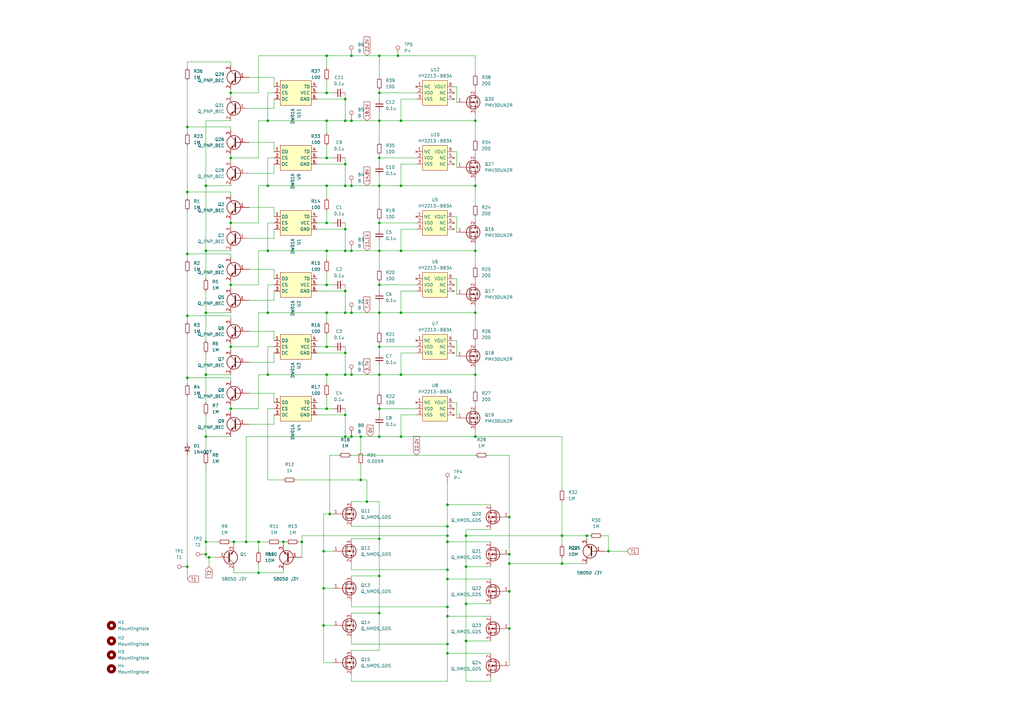
<source format=kicad_sch>
(kicad_sch (version 20211123) (generator eeschema)
  (paper "A3")
  (junction (at 155.575 142.24))
  (junction (at 191.135 247.65))
  (junction (at 133.985 142.24))
  (junction (at 84.455 102.87))
  (junction (at 106.045 234.95))
  (junction (at 141.605 119.38))
  (junction (at 155.575 167.64))
  (junction (at 133.985 167.64))
  (junction (at 132.715 226.06))
  (junction (at 133.985 38.1))
  (junction (at 183.515 215.9))
  (junction (at 141.605 40.64))
  (junction (at 194.945 153.67))
  (junction (at 116.205 222.25))
  (junction (at 141.605 76.2))
  (junction (at 133.985 91.44))
  (junction (at 94.615 91.44))
  (junction (at 249.555 226.06))
  (junction (at 194.945 49.53))
  (junction (at 85.725 228.6))
  (junction (at 208.915 242.57))
  (junction (at 191.135 219.71))
  (junction (at 141.605 93.98))
  (junction (at 76.835 129.54))
  (junction (at 150.495 205.74))
  (junction (at 109.855 102.87))
  (junction (at 133.985 102.87))
  (junction (at 183.515 233.68))
  (junction (at 133.985 128.27))
  (junction (at 155.575 251.46))
  (junction (at 109.855 128.27))
  (junction (at 194.945 179.07))
  (junction (at 76.835 104.14))
  (junction (at 133.985 116.84))
  (junction (at 155.575 64.77))
  (junction (at 141.605 179.07))
  (junction (at 76.835 78.74))
  (junction (at 109.855 49.53))
  (junction (at 155.575 91.44))
  (junction (at 163.195 22.86))
  (junction (at 123.825 222.25))
  (junction (at 183.515 219.71))
  (junction (at 144.145 153.67))
  (junction (at 155.575 128.27))
  (junction (at 183.515 252.73))
  (junction (at 164.465 179.07))
  (junction (at 155.575 102.87))
  (junction (at 133.985 153.67))
  (junction (at 94.615 64.77))
  (junction (at 94.615 167.64))
  (junction (at 109.855 76.2))
  (junction (at 183.515 237.49))
  (junction (at 155.575 49.53))
  (junction (at 84.455 227.33))
  (junction (at 164.465 76.2))
  (junction (at 155.575 153.67))
  (junction (at 76.835 232.41))
  (junction (at 133.985 76.2))
  (junction (at 133.985 49.53))
  (junction (at 147.955 179.07))
  (junction (at 164.465 102.87))
  (junction (at 141.605 67.31))
  (junction (at 194.945 128.27))
  (junction (at 164.465 153.67))
  (junction (at 141.605 49.53))
  (junction (at 183.515 248.92))
  (junction (at 132.715 256.54))
  (junction (at 194.945 76.2))
  (junction (at 155.575 22.86))
  (junction (at 208.915 231.14))
  (junction (at 135.255 210.82))
  (junction (at 208.915 257.81))
  (junction (at 230.505 231.14))
  (junction (at 144.145 102.87))
  (junction (at 155.575 116.84))
  (junction (at 144.145 128.27))
  (junction (at 183.515 264.16))
  (junction (at 141.605 102.87))
  (junction (at 164.465 128.27))
  (junction (at 155.575 179.07))
  (junction (at 155.575 236.22))
  (junction (at 144.145 49.53))
  (junction (at 100.965 222.25))
  (junction (at 183.515 267.97))
  (junction (at 208.915 227.33))
  (junction (at 155.575 76.2))
  (junction (at 155.575 220.98))
  (junction (at 94.615 38.1))
  (junction (at 133.985 64.77))
  (junction (at 194.945 102.87))
  (junction (at 94.615 116.84))
  (junction (at 141.605 128.27))
  (junction (at 84.455 76.2))
  (junction (at 147.955 196.85))
  (junction (at 84.455 153.67))
  (junction (at 141.605 170.18))
  (junction (at 95.885 222.25))
  (junction (at 109.855 153.67))
  (junction (at 191.135 262.89))
  (junction (at 141.605 153.67))
  (junction (at 76.835 52.07))
  (junction (at 76.835 154.94))
  (junction (at 84.455 179.07))
  (junction (at 141.605 144.78))
  (junction (at 230.505 219.71))
  (junction (at 132.715 241.3))
  (junction (at 191.135 232.41))
  (junction (at 208.915 212.09))
  (junction (at 164.465 49.53))
  (junction (at 155.575 38.1))
  (junction (at 133.985 22.86))
  (junction (at 183.515 207.01))
  (junction (at 144.145 22.86))
  (junction (at 84.455 222.25))
  (junction (at 94.615 142.24))
  (junction (at 240.665 219.71))
  (junction (at 106.045 222.25))
  (junction (at 183.515 222.25))
  (junction (at 144.145 76.2))
  (junction (at 84.455 128.27))
  (junction (at 144.145 179.07))
  (wire (pts (xy 84.455 228.6) (xy 85.725 228.6)))
  (wire (pts (xy 94.615 90.17) (xy 94.615 91.44)))
  (wire (pts (xy 144.145 102.87) (xy 155.575 102.87)))
  (wire (pts (xy 194.945 49.53) (xy 194.945 57.15)))
  (wire (pts (xy 141.605 170.18) (xy 141.605 179.07)))
  (wire (pts (xy 144.145 179.07) (xy 147.955 179.07)))
  (wire (pts (xy 122.555 222.25) (xy 123.825 222.25)))
  (wire (pts (xy 208.915 186.69) (xy 208.915 212.09)))
  (wire (pts (xy 112.395 139.7) (xy 112.395 135.89)))
  (wire (pts (xy 170.815 144.78) (xy 164.465 144.78)))
  (wire (pts (xy 183.515 237.49) (xy 183.515 248.92)))
  (wire (pts (xy 84.455 170.18) (xy 84.455 179.07)))
  (wire (pts (xy 249.555 219.71) (xy 249.555 226.06)))
  (wire (pts (xy 155.575 124.46) (xy 155.575 128.27)))
  (wire (pts (xy 76.835 104.14) (xy 94.615 104.14)))
  (wire (pts (xy 155.575 149.86) (xy 155.575 153.67)))
  (wire (pts (xy 208.915 227.33) (xy 208.915 231.14)))
  (wire (pts (xy 109.855 38.1) (xy 109.855 49.53)))
  (wire (pts (xy 191.135 219.71) (xy 191.135 232.41)))
  (wire (pts (xy 141.605 91.44) (xy 141.605 93.98)))
  (wire (pts (xy 130.175 67.31) (xy 141.605 67.31)))
  (wire (pts (xy 133.985 38.1) (xy 130.175 38.1)))
  (wire (pts (xy 144.145 233.68) (xy 183.515 233.68)))
  (wire (pts (xy 76.835 78.74) (xy 94.615 78.74)))
  (wire (pts (xy 187.325 62.23) (xy 187.325 68.58)))
  (wire (pts (xy 249.555 226.06) (xy 257.175 226.06)))
  (wire (pts (xy 94.615 63.5) (xy 94.615 64.77)))
  (wire (pts (xy 191.135 262.89) (xy 201.295 262.89)))
  (wire (pts (xy 147.955 190.5) (xy 147.955 196.85)))
  (wire (pts (xy 94.615 105.41) (xy 94.615 104.14)))
  (wire (pts (xy 112.395 58.42) (xy 102.235 58.42)))
  (wire (pts (xy 194.945 73.66) (xy 194.945 76.2)))
  (wire (pts (xy 194.945 114.3) (xy 194.945 115.57)))
  (wire (pts (xy 155.575 76.2) (xy 164.465 76.2)))
  (wire (pts (xy 141.605 93.98) (xy 141.605 102.87)))
  (wire (pts (xy 94.615 91.44) (xy 94.615 92.71)))
  (wire (pts (xy 194.945 76.2) (xy 194.945 83.82)))
  (wire (pts (xy 144.145 22.86) (xy 155.575 22.86)))
  (wire (pts (xy 84.455 128.27) (xy 94.615 128.27)))
  (wire (pts (xy 133.985 86.36) (xy 133.985 91.44)))
  (wire (pts (xy 112.395 93.98) (xy 112.395 97.79)))
  (wire (pts (xy 109.855 91.44) (xy 109.855 102.87)))
  (wire (pts (xy 94.615 64.77) (xy 106.045 64.77)))
  (wire (pts (xy 147.955 196.85) (xy 150.495 196.85)))
  (wire (pts (xy 84.455 49.53) (xy 94.615 49.53)))
  (wire (pts (xy 109.855 142.24) (xy 109.855 153.67)))
  (wire (pts (xy 132.715 210.82) (xy 135.255 210.82)))
  (wire (pts (xy 133.985 49.53) (xy 141.605 49.53)))
  (wire (pts (xy 84.455 139.7) (xy 84.455 128.27)))
  (wire (pts (xy 95.885 222.25) (xy 95.885 223.52)))
  (wire (pts (xy 141.605 142.24) (xy 141.605 144.78)))
  (wire (pts (xy 155.575 128.27) (xy 164.465 128.27)))
  (wire (pts (xy 84.455 222.25) (xy 89.535 222.25)))
  (wire (pts (xy 130.175 40.64) (xy 141.605 40.64)))
  (wire (pts (xy 183.515 207.01) (xy 183.515 215.9)))
  (wire (pts (xy 76.835 52.07) (xy 94.615 52.07)))
  (wire (pts (xy 183.515 267.97) (xy 183.515 279.4)))
  (wire (pts (xy 94.615 64.77) (xy 94.615 66.04)))
  (wire (pts (xy 201.295 279.4) (xy 201.295 278.13)))
  (wire (pts (xy 112.395 135.89) (xy 102.235 135.89)))
  (wire (pts (xy 95.885 222.25) (xy 100.965 222.25)))
  (wire (pts (xy 112.395 35.56) (xy 112.395 31.75)))
  (wire (pts (xy 85.725 228.6) (xy 85.725 232.41)))
  (wire (pts (xy 106.045 222.25) (xy 106.045 226.06)))
  (wire (pts (xy 106.045 76.2) (xy 109.855 76.2)))
  (wire (pts (xy 155.575 142.24) (xy 155.575 140.97)))
  (wire (pts (xy 94.615 116.84) (xy 94.615 118.11)))
  (wire (pts (xy 144.145 49.53) (xy 155.575 49.53)))
  (wire (pts (xy 130.175 119.38) (xy 141.605 119.38)))
  (wire (pts (xy 183.515 198.12) (xy 183.515 207.01)))
  (wire (pts (xy 141.605 67.31) (xy 141.605 76.2)))
  (wire (pts (xy 84.455 153.67) (xy 94.615 153.67)))
  (wire (pts (xy 84.455 227.33) (xy 84.455 228.6)))
  (wire (pts (xy 186.055 114.3) (xy 187.325 114.3)))
  (wire (pts (xy 155.575 49.53) (xy 164.465 49.53)))
  (wire (pts (xy 191.135 247.65) (xy 201.295 247.65)))
  (wire (pts (xy 106.045 128.27) (xy 109.855 128.27)))
  (wire (pts (xy 76.835 157.48) (xy 76.835 154.94)))
  (wire (pts (xy 100.965 222.25) (xy 106.045 222.25)))
  (wire (pts (xy 109.855 64.77) (xy 109.855 76.2)))
  (wire (pts (xy 183.515 252.73) (xy 201.295 252.73)))
  (wire (pts (xy 141.605 128.27) (xy 144.145 128.27)))
  (wire (pts (xy 123.825 222.25) (xy 123.825 219.71)))
  (wire (pts (xy 141.605 179.07) (xy 144.145 179.07)))
  (wire (pts (xy 170.815 40.64) (xy 164.465 40.64)))
  (wire (pts (xy 76.835 129.54) (xy 94.615 129.54)))
  (wire (pts (xy 94.615 167.64) (xy 94.615 168.91)))
  (wire (pts (xy 94.615 38.1) (xy 94.615 39.37)))
  (wire (pts (xy 112.395 110.49) (xy 102.235 110.49)))
  (wire (pts (xy 186.055 35.56) (xy 187.325 35.56)))
  (wire (pts (xy 208.915 231.14) (xy 208.915 242.57)))
  (wire (pts (xy 155.575 102.87) (xy 164.465 102.87)))
  (wire (pts (xy 94.615 91.44) (xy 106.045 91.44)))
  (wire (pts (xy 106.045 49.53) (xy 106.045 64.77)))
  (wire (pts (xy 144.145 279.4) (xy 183.515 279.4)))
  (wire (pts (xy 109.855 196.85) (xy 116.205 196.85)))
  (wire (pts (xy 132.715 226.06) (xy 132.715 241.3)))
  (wire (pts (xy 133.985 33.02) (xy 133.985 38.1)))
  (wire (pts (xy 109.855 102.87) (xy 133.985 102.87)))
  (wire (pts (xy 194.945 176.53) (xy 194.945 179.07)))
  (wire (pts (xy 147.955 179.07) (xy 155.575 179.07)))
  (wire (pts (xy 183.515 248.92) (xy 183.515 252.73)))
  (wire (pts (xy 133.985 91.44) (xy 130.175 91.44)))
  (wire (pts (xy 84.455 102.87) (xy 94.615 102.87)))
  (wire (pts (xy 144.145 251.46) (xy 155.575 251.46)))
  (wire (pts (xy 112.395 40.64) (xy 112.395 44.45)))
  (wire (pts (xy 133.985 137.16) (xy 133.985 142.24)))
  (wire (pts (xy 141.605 64.77) (xy 141.605 67.31)))
  (wire (pts (xy 130.175 170.18) (xy 141.605 170.18)))
  (wire (pts (xy 116.205 222.25) (xy 117.475 222.25)))
  (wire (pts (xy 187.325 88.9) (xy 187.325 95.25)))
  (wire (pts (xy 164.465 40.64) (xy 164.465 49.53)))
  (wire (pts (xy 155.575 175.26) (xy 155.575 179.07)))
  (wire (pts (xy 132.715 256.54) (xy 132.715 271.78)))
  (wire (pts (xy 76.835 186.69) (xy 76.835 232.41)))
  (wire (pts (xy 116.205 222.25) (xy 116.205 223.52)))
  (wire (pts (xy 183.515 264.16) (xy 183.515 267.97)))
  (wire (pts (xy 187.325 139.7) (xy 187.325 146.05)))
  (wire (pts (xy 155.575 93.98) (xy 155.575 91.44)))
  (wire (pts (xy 141.605 144.78) (xy 141.605 153.67)))
  (wire (pts (xy 136.525 64.77) (xy 133.985 64.77)))
  (wire (pts (xy 116.205 234.95) (xy 116.205 233.68)))
  (wire (pts (xy 183.515 215.9) (xy 183.515 219.71)))
  (wire (pts (xy 155.575 116.84) (xy 155.575 115.57)))
  (wire (pts (xy 106.045 76.2) (xy 106.045 91.44)))
  (wire (pts (xy 76.835 81.28) (xy 76.835 78.74)))
  (wire (pts (xy 208.915 242.57) (xy 208.915 257.81)))
  (wire (pts (xy 112.395 97.79) (xy 102.235 97.79)))
  (wire (pts (xy 155.575 167.64) (xy 170.815 167.64)))
  (wire (pts (xy 155.575 22.86) (xy 155.575 31.75)))
  (wire (pts (xy 183.515 222.25) (xy 183.515 233.68)))
  (wire (pts (xy 194.945 139.7) (xy 194.945 140.97)))
  (wire (pts (xy 155.575 236.22) (xy 155.575 251.46)))
  (wire (pts (xy 94.615 26.67) (xy 94.615 25.4)))
  (wire (pts (xy 141.605 38.1) (xy 141.605 40.64)))
  (wire (pts (xy 155.575 119.38) (xy 155.575 116.84)))
  (wire (pts (xy 144.145 246.38) (xy 144.145 248.92)))
  (wire (pts (xy 155.575 38.1) (xy 155.575 36.83)))
  (wire (pts (xy 76.835 132.08) (xy 76.835 129.54)))
  (wire (pts (xy 112.395 91.44) (xy 109.855 91.44)))
  (wire (pts (xy 150.495 205.74) (xy 155.575 205.74)))
  (wire (pts (xy 144.145 76.2) (xy 155.575 76.2)))
  (wire (pts (xy 230.505 219.71) (xy 230.505 223.52)))
  (wire (pts (xy 112.395 44.45) (xy 102.235 44.45)))
  (wire (pts (xy 106.045 231.14) (xy 106.045 234.95)))
  (wire (pts (xy 191.135 247.65) (xy 191.135 262.89)))
  (wire (pts (xy 112.395 67.31) (xy 112.395 71.12)))
  (wire (pts (xy 164.465 93.98) (xy 164.465 102.87)))
  (wire (pts (xy 95.885 234.95) (xy 106.045 234.95)))
  (wire (pts (xy 155.575 251.46) (xy 155.575 266.7)))
  (wire (pts (xy 187.325 35.56) (xy 187.325 41.91)))
  (wire (pts (xy 155.575 91.44) (xy 155.575 90.17)))
  (wire (pts (xy 94.615 166.37) (xy 94.615 167.64)))
  (wire (pts (xy 106.045 167.64) (xy 106.045 153.67)))
  (wire (pts (xy 133.985 153.67) (xy 141.605 153.67)))
  (wire (pts (xy 240.665 219.71) (xy 241.935 219.71)))
  (wire (pts (xy 144.145 231.14) (xy 144.145 233.68)))
  (wire (pts (xy 135.255 186.69) (xy 139.065 186.69)))
  (wire (pts (xy 112.395 62.23) (xy 112.395 58.42)))
  (wire (pts (xy 100.965 179.07) (xy 141.605 179.07)))
  (wire (pts (xy 132.715 241.3) (xy 136.525 241.3)))
  (wire (pts (xy 155.575 205.74) (xy 155.575 220.98)))
  (wire (pts (xy 94.615 142.24) (xy 106.045 142.24)))
  (wire (pts (xy 144.145 128.27) (xy 155.575 128.27)))
  (wire (pts (xy 144.145 236.22) (xy 155.575 236.22)))
  (wire (pts (xy 109.855 76.2) (xy 133.985 76.2)))
  (wire (pts (xy 170.815 67.31) (xy 164.465 67.31)))
  (wire (pts (xy 112.395 71.12) (xy 102.235 71.12)))
  (wire (pts (xy 135.255 186.69) (xy 135.255 210.82)))
  (wire (pts (xy 76.835 59.69) (xy 76.835 78.74)))
  (wire (pts (xy 106.045 222.25) (xy 109.855 222.25)))
  (wire (pts (xy 194.945 125.73) (xy 194.945 128.27)))
  (wire (pts (xy 84.455 76.2) (xy 84.455 102.87)))
  (wire (pts (xy 114.935 222.25) (xy 116.205 222.25)))
  (wire (pts (xy 155.575 49.53) (xy 155.575 58.42)))
  (wire (pts (xy 133.985 128.27) (xy 141.605 128.27)))
  (wire (pts (xy 191.135 262.89) (xy 191.135 279.4)))
  (wire (pts (xy 133.985 111.76) (xy 133.985 116.84)))
  (wire (pts (xy 194.945 153.67) (xy 164.465 153.67)))
  (wire (pts (xy 183.515 233.68) (xy 183.515 237.49)))
  (wire (pts (xy 208.915 257.81) (xy 208.915 273.05)))
  (wire (pts (xy 155.575 144.78) (xy 155.575 142.24)))
  (wire (pts (xy 141.605 76.2) (xy 144.145 76.2)))
  (wire (pts (xy 164.465 67.31) (xy 164.465 76.2)))
  (wire (pts (xy 163.195 22.86) (xy 194.945 22.86)))
  (wire (pts (xy 112.395 144.78) (xy 112.395 148.59)))
  (wire (pts (xy 164.465 144.78) (xy 164.465 153.67)))
  (wire (pts (xy 194.945 179.07) (xy 164.465 179.07)))
  (wire (pts (xy 155.575 22.86) (xy 163.195 22.86)))
  (wire (pts (xy 133.985 22.86) (xy 144.145 22.86)))
  (wire (pts (xy 100.965 179.07) (xy 100.965 222.25)))
  (wire (pts (xy 191.135 219.71) (xy 230.505 219.71)))
  (wire (pts (xy 109.855 128.27) (xy 133.985 128.27)))
  (wire (pts (xy 76.835 33.02) (xy 76.835 52.07)))
  (wire (pts (xy 155.575 116.84) (xy 170.815 116.84)))
  (wire (pts (xy 135.255 210.82) (xy 136.525 210.82)))
  (wire (pts (xy 186.055 165.1) (xy 187.325 165.1)))
  (wire (pts (xy 136.525 142.24) (xy 133.985 142.24)))
  (wire (pts (xy 112.395 142.24) (xy 109.855 142.24)))
  (wire (pts (xy 132.715 241.3) (xy 132.715 256.54)))
  (wire (pts (xy 133.985 59.69) (xy 133.985 64.77)))
  (wire (pts (xy 106.045 116.84) (xy 106.045 102.87)))
  (wire (pts (xy 144.145 261.62) (xy 144.145 264.16)))
  (wire (pts (xy 208.915 231.14) (xy 230.505 231.14)))
  (wire (pts (xy 109.855 116.84) (xy 109.855 128.27)))
  (wire (pts (xy 112.395 64.77) (xy 109.855 64.77)))
  (wire (pts (xy 141.605 119.38) (xy 141.605 128.27)))
  (wire (pts (xy 84.455 144.78) (xy 84.455 153.67)))
  (wire (pts (xy 136.525 116.84) (xy 133.985 116.84)))
  (wire (pts (xy 133.985 64.77) (xy 130.175 64.77)))
  (wire (pts (xy 123.825 222.25) (xy 123.825 228.6)))
  (wire (pts (xy 106.045 153.67) (xy 109.855 153.67)))
  (wire (pts (xy 84.455 119.38) (xy 84.455 128.27)))
  (wire (pts (xy 144.145 276.86) (xy 144.145 279.4)))
  (wire (pts (xy 155.575 220.98) (xy 155.575 236.22)))
  (wire (pts (xy 112.395 31.75) (xy 102.235 31.75)))
  (wire (pts (xy 76.835 86.36) (xy 76.835 104.14)))
  (wire (pts (xy 76.835 106.68) (xy 76.835 104.14)))
  (wire (pts (xy 76.835 232.41) (xy 76.835 237.49)))
  (wire (pts (xy 170.815 119.38) (xy 164.465 119.38)))
  (wire (pts (xy 133.985 116.84) (xy 130.175 116.84)))
  (wire (pts (xy 94.615 222.25) (xy 95.885 222.25)))
  (wire (pts (xy 76.835 111.76) (xy 76.835 129.54)))
  (wire (pts (xy 164.465 76.2) (xy 194.945 76.2)))
  (wire (pts (xy 155.575 40.64) (xy 155.575 38.1)))
  (wire (pts (xy 112.395 38.1) (xy 109.855 38.1)))
  (wire (pts (xy 194.945 151.13) (xy 194.945 153.67)))
  (wire (pts (xy 230.505 179.07) (xy 230.505 200.66)))
  (wire (pts (xy 109.855 153.67) (xy 133.985 153.67)))
  (wire (pts (xy 144.145 153.67) (xy 155.575 153.67)))
  (wire (pts (xy 155.575 128.27) (xy 155.575 135.89)))
  (wire (pts (xy 94.615 142.24) (xy 94.615 143.51)))
  (wire (pts (xy 95.885 234.95) (xy 95.885 233.68)))
  (wire (pts (xy 155.575 38.1) (xy 170.815 38.1)))
  (wire (pts (xy 133.985 157.48) (xy 133.985 153.67)))
  (wire (pts (xy 112.395 116.84) (xy 109.855 116.84)))
  (wire (pts (xy 132.715 256.54) (xy 136.525 256.54)))
  (wire (pts (xy 136.525 91.44) (xy 133.985 91.44)))
  (wire (pts (xy 112.395 85.09) (xy 102.235 85.09)))
  (wire (pts (xy 94.615 36.83) (xy 94.615 38.1)))
  (wire (pts (xy 144.145 248.92) (xy 183.515 248.92)))
  (wire (pts (xy 130.175 93.98) (xy 141.605 93.98)))
  (wire (pts (xy 133.985 167.64) (xy 130.175 167.64)))
  (wire (pts (xy 230.505 231.14) (xy 240.665 231.14)))
  (wire (pts (xy 191.135 279.4) (xy 201.295 279.4)))
  (wire (pts (xy 230.505 228.6) (xy 230.505 231.14)))
  (wire (pts (xy 94.615 156.21) (xy 94.615 154.94)))
  (wire (pts (xy 123.825 219.71) (xy 183.515 219.71)))
  (wire (pts (xy 133.985 102.87) (xy 141.605 102.87)))
  (wire (pts (xy 141.605 40.64) (xy 141.605 49.53)))
  (wire (pts (xy 84.455 49.53) (xy 84.455 76.2)))
  (wire (pts (xy 164.465 170.18) (xy 164.465 179.07)))
  (wire (pts (xy 133.985 142.24) (xy 130.175 142.24)))
  (wire (pts (xy 94.615 80.01) (xy 94.615 78.74)))
  (wire (pts (xy 194.945 128.27) (xy 194.945 134.62)))
  (wire (pts (xy 249.555 226.06) (xy 248.285 226.06)))
  (wire (pts (xy 155.575 99.06) (xy 155.575 102.87)))
  (wire (pts (xy 141.605 153.67) (xy 144.145 153.67)))
  (wire (pts (xy 240.665 220.98) (xy 240.665 219.71)))
  (wire (pts (xy 155.575 153.67) (xy 164.465 153.67)))
  (wire (pts (xy 155.575 179.07) (xy 164.465 179.07)))
  (wire (pts (xy 155.575 64.77) (xy 170.815 64.77)))
  (wire (pts (xy 194.945 128.27) (xy 164.465 128.27)))
  (wire (pts (xy 208.915 212.09) (xy 208.915 227.33)))
  (wire (pts (xy 76.835 137.16) (xy 76.835 154.94)))
  (wire (pts (xy 130.175 144.78) (xy 141.605 144.78)))
  (wire (pts (xy 106.045 49.53) (xy 109.855 49.53)))
  (wire (pts (xy 194.945 153.67) (xy 194.945 160.02)))
  (wire (pts (xy 186.055 139.7) (xy 187.325 139.7)))
  (wire (pts (xy 194.945 179.07) (xy 230.505 179.07)))
  (wire (pts (xy 144.145 186.69) (xy 194.945 186.69)))
  (wire (pts (xy 112.395 119.38) (xy 112.395 123.19)))
  (wire (pts (xy 155.575 102.87) (xy 155.575 110.49)))
  (wire (pts (xy 94.615 130.81) (xy 94.615 129.54)))
  (wire (pts (xy 191.135 232.41) (xy 191.135 247.65)))
  (wire (pts (xy 133.985 76.2) (xy 133.985 81.28)))
  (wire (pts (xy 106.045 22.86) (xy 106.045 38.1)))
  (wire (pts (xy 94.615 53.34) (xy 94.615 52.07)))
  (wire (pts (xy 141.605 167.64) (xy 141.605 170.18)))
  (wire (pts (xy 155.575 167.64) (xy 155.575 166.37)))
  (wire (pts (xy 155.575 72.39) (xy 155.575 76.2)))
  (wire (pts (xy 112.395 170.18) (xy 112.395 173.99)))
  (wire (pts (xy 133.985 106.68) (xy 133.985 102.87)))
  (wire (pts (xy 187.325 165.1) (xy 187.325 171.45)))
  (wire (pts (xy 155.575 67.31) (xy 155.575 64.77)))
  (wire (pts (xy 194.945 102.87) (xy 194.945 109.22)))
  (wire (pts (xy 141.605 116.84) (xy 141.605 119.38)))
  (wire (pts (xy 144.145 266.7) (xy 155.575 266.7)))
  (wire (pts (xy 200.025 186.69) (xy 208.915 186.69)))
  (wire (pts (xy 183.515 267.97) (xy 201.295 267.97)))
  (wire (pts (xy 194.945 46.99) (xy 194.945 49.53)))
  (wire (pts (xy 240.665 219.71) (xy 230.505 219.71)))
  (wire (pts (xy 85.725 228.6) (xy 88.265 228.6)))
  (wire (pts (xy 194.945 102.87) (xy 164.465 102.87)))
  (wire (pts (xy 112.395 114.3) (xy 112.395 110.49)))
  (wire (pts (xy 247.015 219.71) (xy 249.555 219.71)))
  (wire (pts (xy 141.605 102.87) (xy 144.145 102.87)))
  (wire (pts (xy 155.575 91.44) (xy 170.815 91.44)))
  (wire (pts (xy 183.515 207.01) (xy 201.295 207.01)))
  (wire (pts (xy 94.615 167.64) (xy 106.045 167.64)))
  (wire (pts (xy 187.325 114.3) (xy 187.325 120.65)))
  (wire (pts (xy 144.145 220.98) (xy 155.575 220.98)))
  (wire (pts (xy 106.045 142.24) (xy 106.045 128.27)))
  (wire (pts (xy 155.575 170.18) (xy 155.575 167.64)))
  (wire (pts (xy 133.985 76.2) (xy 141.605 76.2)))
  (wire (pts (xy 106.045 22.86) (xy 133.985 22.86)))
  (wire (pts (xy 133.985 162.56) (xy 133.985 167.64)))
  (wire (pts (xy 183.515 222.25) (xy 201.295 222.25)))
  (wire (pts (xy 136.525 167.64) (xy 133.985 167.64)))
  (wire (pts (xy 76.835 54.61) (xy 76.835 52.07)))
  (wire (pts (xy 94.615 116.84) (xy 106.045 116.84)))
  (wire (pts (xy 132.715 271.78) (xy 136.525 271.78)))
  (wire (pts (xy 112.395 148.59) (xy 102.235 148.59)))
  (wire (pts (xy 191.135 217.17) (xy 191.135 219.71)))
  (wire (pts (xy 133.985 22.86) (xy 133.985 27.94)))
  (wire (pts (xy 170.815 93.98) (xy 164.465 93.98)))
  (wire (pts (xy 164.465 49.53) (xy 194.945 49.53)))
  (wire (pts (xy 183.515 252.73) (xy 183.515 264.16)))
  (wire (pts (xy 194.945 22.86) (xy 194.945 30.48)))
  (wire (pts (xy 183.515 219.71) (xy 183.515 222.25)))
  (wire (pts (xy 136.525 226.06) (xy 132.715 226.06)))
  (wire (pts (xy 94.615 38.1) (xy 106.045 38.1)))
  (wire (pts (xy 186.055 62.23) (xy 187.325 62.23)))
  (wire (pts (xy 76.835 27.94) (xy 76.835 25.4)))
  (wire (pts (xy 183.515 237.49) (xy 201.295 237.49)))
  (wire (pts (xy 155.575 153.67) (xy 155.575 161.29)))
  (wire (pts (xy 150.495 196.85) (xy 150.495 205.74)))
  (wire (pts (xy 76.835 162.56) (xy 76.835 181.61)))
  (wire (pts (xy 94.615 140.97) (xy 94.615 142.24)))
  (wire (pts (xy 112.395 165.1) (xy 112.395 161.29)))
  (wire (pts (xy 144.145 205.74) (xy 150.495 205.74)))
  (wire (pts (xy 84.455 190.5) (xy 84.455 222.25)))
  (wire (pts (xy 76.835 25.4) (xy 94.615 25.4)))
  (wire (pts (xy 141.605 49.53) (xy 144.145 49.53)))
  (wire (pts (xy 144.145 215.9) (xy 183.515 215.9)))
  (wire (pts (xy 112.395 167.64) (xy 109.855 167.64)))
  (wire (pts (xy 170.815 170.18) (xy 164.465 170.18)))
  (wire (pts (xy 84.455 114.3) (xy 84.455 102.87)))
  (wire (pts (xy 112.395 161.29) (xy 102.235 161.29)))
  (wire (pts (xy 201.295 217.17) (xy 191.135 217.17)))
  (wire (pts (xy 186.055 88.9) (xy 187.325 88.9)))
  (wire (pts (xy 144.145 264.16) (xy 183.515 264.16)))
  (wire (pts (xy 109.855 49.53) (xy 133.985 49.53)))
  (wire (pts (xy 136.525 38.1) (xy 133.985 38.1)))
  (wire (pts (xy 84.455 179.07) (xy 84.455 185.42)))
  (wire (pts (xy 133.985 132.08) (xy 133.985 128.27)))
  (wire (pts (xy 121.285 196.85) (xy 147.955 196.85)))
  (wire (pts (xy 84.455 76.2) (xy 94.615 76.2)))
  (wire (pts (xy 194.945 88.9) (xy 194.945 90.17)))
  (wire (pts (xy 109.855 167.64) (xy 109.855 196.85)))
  (wire (pts (xy 194.945 62.23) (xy 194.945 63.5)))
  (wire (pts (xy 106.045 102.87) (xy 109.855 102.87)))
  (wire (pts (xy 191.135 232.41) (xy 201.295 232.41)))
  (wire (pts (xy 76.835 154.94) (xy 94.615 154.94)))
  (wire (pts (xy 112.395 123.19) (xy 102.235 123.19)))
  (wire (pts (xy 194.945 100.33) (xy 194.945 102.87)))
  (wire (pts (xy 132.715 226.06) (xy 132.715 210.82)))
  (wire (pts (xy 194.945 165.1) (xy 194.945 166.37)))
  (wire (pts (xy 133.985 49.53) (xy 133.985 54.61)))
  (wire (pts (xy 112.395 173.99) (xy 102.235 173.99)))
  (wire (pts (xy 194.945 35.56) (xy 194.945 36.83)))
  (wire (pts (xy 230.505 205.74) (xy 230.505 219.71)))
  (wire (pts (xy 84.455 165.1) (xy 84.455 153.67)))
  (wire (pts (xy 112.395 88.9) (xy 112.395 85.09)))
  (wire (pts (xy 84.455 222.25) (xy 84.455 227.33)))
  (wire (pts (xy 106.045 234.95) (xy 116.205 234.95)))
  (wire (pts (xy 155.575 76.2) (xy 155.575 85.09)))
  (wire (pts (xy 155.575 64.77) (xy 155.575 63.5)))
  (wire (pts (xy 155.575 45.72) (xy 155.575 49.53)))
  (wire (pts (xy 147.955 179.07) (xy 147.955 185.42)))
  (wire (pts (xy 94.615 115.57) (xy 94.615 116.84)))
  (wire (pts (xy 155.575 142.24) (xy 170.815 142.24)))
  (wire (pts (xy 84.455 179.07) (xy 94.615 179.07)))
  (wire (pts (xy 164.465 119.38) (xy 164.465 128.27)))
  (global_label "22.2V" (shape input) (at 170.815 186.69 90) (property "Intersheet References" "${INTERSHEET_REFS}" (effects hide)))
  (global_label "18.5V" (shape input) (at 150.495 49.53 90) (property "Intersheet References" "${INTERSHEET_REFS}" (effects hide)))
  (global_label "T1" (shape input) (at 76.835 237.49 0) (property "Intersheet References" "${INTERSHEET_REFS}" (effects hide)))
  (global_label "0V" (shape input) (at 151.765 179.07 90) (property "Intersheet References" "${INTERSHEET_REFS}" (effects hide)))
  (global_label "14.8V" (shape input) (at 150.495 76.2 90) (property "Intersheet References" "${INTERSHEET_REFS}" (effects hide)))
  (global_label "7.4V" (shape input) (at 150.495 128.27 90) (property "Intersheet References" "${INTERSHEET_REFS}" (effects hide)))
  (global_label "T2" (shape input) (at 85.725 232.41 270) (property "Intersheet References" "${INTERSHEET_REFS}" (effects hide)))
  (global_label "3.7V" (shape input) (at 150.495 153.67 90) (property "Intersheet References" "${INTERSHEET_REFS}" (effects hide)))
  (global_label "22.2V" (shape input) (at 150.495 22.86 90) (property "Intersheet References" "${INTERSHEET_REFS}" (effects hide)))
  (global_label "11.1V" (shape input) (at 150.495 102.87 90) (property "Intersheet References" "${INTERSHEET_REFS}" (effects hide)))
  (global_label "T1" (shape input) (at 257.175 226.06 0) (property "Intersheet References" "${INTERSHEET_REFS}" (effects hide)))
  (symbol (lib_id "Device:C_Small") (at 139.065 64.77 90) (unit 1)
    (property "Reference" "C9" (at 139.0713 58.42 90))
    (property "Value" "0.1u" (at 139.0713 60.96 90))
    (property "Footprint" "Capacitor_SMD:C_0402_1005Metric" (effects hide))
    (property "Manufacturer Part No" "CL05A104KP5NNNC" (effects hide))
    (property "LCSC" "C159815" (effects hide))
  )
  (symbol (lib_id "Device:R_Small") (at 194.945 111.76 0) (unit 1)
    (property "Reference" "R25" (at 197.485 110.4899 0) (effects (justify left)))
    (property "Value" "200" (at 197.485 113.0299 0) (effects (justify left)))
    (property "Footprint" "Resistor_SMD:R_1206_3216Metric" (effects hide))
    (property "LCSC" "C25361" (effects hide))
  )
  (symbol (lib_id "Device:C_Small") (at 139.065 38.1 90) (unit 1)
    (property "Reference" "C11" (at 139.0713 31.75 90))
    (property "Value" "0.1u" (at 139.0713 34.29 90))
    (property "Footprint" "Capacitor_SMD:C_0402_1005Metric" (effects hide))
    (property "Manufacturer Part No" "CL05A104KP5NNNC" (effects hide))
    (property "LCSC" "C159815" (effects hide))
  )
  (symbol (lib_id "Device:C_Small") (at 139.065 167.64 90) (unit 1)
    (property "Reference" "C4" (at 139.0713 161.29 90))
    (property "Value" "0.1u" (at 139.0713 163.83 90))
    (property "Footprint" "Capacitor_SMD:C_0402_1005Metric" (effects hide))
    (property "Manufacturer Part No" "CL05A104KP5NNNC" (effects hide))
    (property "LCSC" "C159815" (effects hide))
  )
  (symbol (lib_id "Device:Q_NMOS_GDS") (at 141.605 241.3 0) (mirror x) (unit 1)
    (property "Reference" "Q13" (at 147.955 240.0299 0) (effects (justify left)))
    (property "Value" "Q_NMOS_GDS" (at 147.955 242.5699 0) (effects (justify left)))
    (property "Footprint" "Package_TO_SOT_SMD:TO-252-2" (effects hide))
    (property "LCSC" "C693172" (effects hide))
  )
  (symbol (lib_id "Device:D_Small") (at 76.835 184.15 90) (unit 1)
    (property "Reference" "D1" (at 79.375 182.8799 90) (effects (justify right)))
    (property "Value" "1N4007" (at 79.375 185.4199 90) (effects (justify right)))
    (property "Footprint" "Diode_SMD:D_SMA" (effects hide))
    (property "LCSC" "C727081" (effects hide))
    (property "Manufacturer Part No" "1N4007" (effects hide))
  )
  (symbol (lib_id "Device:Q_PNP_BEC") (at 97.155 58.42 0) (mirror y) (unit 1)
    (property "Reference" "Q26" (at 92.075 57.1499 0) (effects (justify left)))
    (property "Value" "Q_PNP_BEC" (at 92.075 59.6899 0) (effects (justify left)))
    (property "Footprint" "Package_TO_SOT_SMD:SOT-23" (effects hide))
    (property "LCSC" "C8326" (effects hide))
  )
  (symbol (lib_id "Device:Q_PNP_BEC") (at 97.155 44.45 0) (mirror y) (unit 1)
    (property "Reference" "Q31" (at 92.075 43.1799 0) (effects (justify left)))
    (property "Value" "Q_PNP_BEC" (at 92.075 45.7199 0) (effects (justify left)))
    (property "Footprint" "Package_TO_SOT_SMD:SOT-23" (effects hide))
    (property "LCSC" "C8326" (effects hide))
  )
  (symbol (lib_id "Device:R_Small") (at 76.835 134.62 180) (unit 1)
    (property "Reference" "R3" (at 79.375 133.3499 0) (effects (justify right)))
    (property "Value" "1M" (at 79.375 135.8899 0) (effects (justify right)))
    (property "Footprint" "Resistor_SMD:R_0603_1608Metric" (effects hide))
    (property "LCSC" "C105578" (effects hide))
  )
  (symbol (lib_id "Connector:TestPoint") (at 144.145 76.2 0) (unit 1)
    (property "Reference" "B4" (at 146.685 71.6279 0) (effects (justify left)))
    (property "Value" "B" (at 146.685 74.1679 0) (effects (justify left)))
    (property "Footprint" "TestPoint:TestPoint_Pad_2.0x2.0mm" (effects hide))
  )
  (symbol (lib_id "Device:Q_PNP_BEC") (at 97.155 110.49 0) (mirror y) (unit 1)
    (property "Reference" "Q4" (at 92.075 109.2199 0) (effects (justify left)))
    (property "Value" "Q_PNP_BEC" (at 92.075 111.7599 0) (effects (justify left)))
    (property "Footprint" "Package_TO_SOT_SMD:SOT-23" (effects hide))
    (property "LCSC" "C8326" (effects hide))
  )
  (symbol (lib_id "Device:Q_PNP_BEC") (at 97.155 71.12 0) (mirror y) (unit 1)
    (property "Reference" "Q28" (at 92.075 69.8499 0) (effects (justify left)))
    (property "Value" "Q_PNP_BEC" (at 92.075 72.3899 0) (effects (justify left)))
    (property "Footprint" "Package_TO_SOT_SMD:SOT-23" (effects hide))
    (property "LCSC" "C8326" (effects hide))
  )
  (symbol (lib_id "Battery_Management:HY2213-BB3A") (at 178.435 67.31 0) (unit 1)
    (property "Reference" "U10" (at 178.435 55.245 0))
    (property "Value" "HY2213-BB3A" (at 178.435 57.785 0))
    (property "Footprint" "Package_TO_SOT_SMD:SOT-23-6" (effects hide))
    (property "Datasheet" "https://datasheet.lcsc.com/szlcsc/HYCON-Tech-HY2213-BB3A_C113632.pdf" (effects hide))
    (property "Manufacturer Part No" "HY2213-BB3A" (effects hide))
    (property "LCSC" "C113632" (effects hide))
  )
  (symbol (lib_id "Device:R_Small") (at 141.605 186.69 90) (unit 1)
    (property "Reference" "R18" (at 141.605 180.34 90))
    (property "Value" "1M" (at 141.605 182.88 90))
    (property "Footprint" "Resistor_SMD:R_0603_1608Metric" (effects hide))
    (property "LCSC" "C105578" (effects hide))
  )
  (symbol (lib_id "Device:C_Small") (at 155.575 96.52 0) (unit 1)
    (property "Reference" "C5" (at 158.115 95.2562 0) (effects (justify left)))
    (property "Value" "0.1u" (at 158.115 97.7962 0) (effects (justify left)))
    (property "Footprint" "Capacitor_SMD:C_0402_1005Metric" (effects hide))
    (property "Manufacturer Part No" "CL05A104KP5NNNC" (effects hide))
    (property "LCSC" "C159815" (effects hide))
  )
  (symbol (lib_id "Device:R_Small") (at 84.455 187.96 180) (unit 1)
    (property "Reference" "R8" (at 86.995 186.6899 0) (effects (justify right)))
    (property "Value" "1M" (at 86.995 189.2299 0) (effects (justify right)))
    (property "Footprint" "Resistor_SMD:R_0603_1608Metric" (effects hide))
    (property "LCSC" "C105578" (effects hide))
  )
  (symbol (lib_id "Battery_Management:DW01A") (at 120.015 167.64 0) (unit 1)
    (property "Reference" "U4" (at 122.5551 173.99 90) (effects (justify right)))
    (property "Value" "DW01A" (at 120.0151 173.99 90) (effects (justify right)))
    (property "Footprint" "Package_TO_SOT_SMD:SOT-23-6" (effects hide))
    (property "Datasheet" "http://hmsemi.com/downfile/DW01A.PDF" (effects hide))
    (property "Manufacturer Part No" "DW01A" (effects hide))
    (property "LCSC" "C351410" (effects hide))
  )
  (symbol (lib_id "Device:R_Small") (at 230.505 226.06 180) (unit 1)
    (property "Reference" "R29" (at 233.045 224.7899 0) (effects (justify right)))
    (property "Value" "10M" (at 233.045 227.3299 0) (effects (justify right)))
    (property "Footprint" "Resistor_SMD:R_0603_1608Metric" (effects hide))
    (property "LCSC" "C7250" (effects hide))
  )
  (symbol (lib_id "Device:Q_PNP_BEC") (at 97.155 173.99 0) (mirror y) (unit 1)
    (property "Reference" "Q9" (at 92.075 172.7199 0) (effects (justify left)))
    (property "Value" "Q_PNP_BEC" (at 92.075 175.2599 0) (effects (justify left)))
    (property "Footprint" "Package_TO_SOT_SMD:SOT-23" (effects hide))
    (property "LCSC" "C8326" (effects hide))
  )
  (symbol (lib_id "Battery_Management:HY2213-BB3A") (at 178.435 144.78 0) (unit 1)
    (property "Reference" "U7" (at 178.435 132.715 0))
    (property "Value" "HY2213-BB3A" (at 178.435 135.255 0))
    (property "Footprint" "Package_TO_SOT_SMD:SOT-23-6" (effects hide))
    (property "Datasheet" "https://datasheet.lcsc.com/szlcsc/HYCON-Tech-HY2213-BB3A_C113632.pdf" (effects hide))
    (property "Manufacturer Part No" "HY2213-BB3A" (effects hide))
    (property "LCSC" "C113632" (effects hide))
  )
  (symbol (lib_id "Device:R_Small") (at 92.075 222.25 90) (unit 1)
    (property "Reference" "R9" (at 92.075 215.9 90))
    (property "Value" "1M" (at 92.075 218.44 90))
    (property "Footprint" "Resistor_SMD:R_0603_1608Metric" (effects hide))
    (property "LCSC" "C105578" (effects hide))
  )
  (symbol (lib_id "Device:Q_NMOS_GDS") (at 203.835 257.81 0) (mirror y) (unit 1)
    (property "Reference" "Q23" (at 197.485 256.5399 0) (effects (justify left)))
    (property "Value" "Q_NMOS_GDS" (at 197.485 259.0799 0) (effects (justify left)))
    (property "Footprint" "Package_TO_SOT_SMD:TO-252-2" (effects hide))
    (property "LCSC" "C693172" (effects hide))
  )
  (symbol (lib_id "Device:R_Small") (at 147.955 187.96 180) (unit 1)
    (property "Reference" "R31" (at 150.495 186.6899 0) (effects (justify right)))
    (property "Value" "0.005R" (at 150.495 189.2299 0) (effects (justify right)))
    (property "Footprint" "Resistor_SMD:R_2512_6332Metric" (effects hide))
    (property "LCSC" "C500617" (effects hide))
  )
  (symbol (lib_id "Device:R_Small") (at 84.455 142.24 180) (unit 1)
    (property "Reference" "R6" (at 86.995 140.9699 0) (effects (justify right)))
    (property "Value" "1M" (at 86.995 143.5099 0) (effects (justify right)))
    (property "Footprint" "Resistor_SMD:R_0603_1608Metric" (effects hide))
    (property "LCSC" "C105578" (effects hide))
  )
  (symbol (lib_id "Device:R_Small") (at 133.985 30.48 0) (mirror x) (unit 1)
    (property "Reference" "R37" (at 131.445 29.2099 0) (effects (justify right)))
    (property "Value" "100" (at 131.445 31.7499 0) (effects (justify right)))
    (property "Footprint" "Resistor_SMD:R_0402_1005Metric" (effects hide))
    (property "LCSC" "C25744" (effects hide))
  )
  (symbol (lib_id "Device:R_Small") (at 155.575 113.03 0) (unit 1)
    (property "Reference" "R20" (at 158.115 111.7599 0) (effects (justify left)))
    (property "Value" "100" (at 158.115 114.2999 0) (effects (justify left)))
    (property "Footprint" "Resistor_SMD:R_0402_1005Metric" (effects hide))
    (property "LCSC" "C25744" (effects hide))
  )
  (symbol (lib_id "Battery_Management:DW01A") (at 120.015 116.84 0) (unit 1)
    (property "Reference" "U2" (at 122.5551 123.19 90) (effects (justify right)))
    (property "Value" "DW01A" (at 120.0151 123.19 90) (effects (justify right)))
    (property "Footprint" "Package_TO_SOT_SMD:SOT-23-6" (effects hide))
    (property "Datasheet" "http://hmsemi.com/downfile/DW01A.PDF" (effects hide))
    (property "Manufacturer Part No" "DW01A" (effects hide))
    (property "LCSC" "C351410" (effects hide))
  )
  (symbol (lib_id "Device:C_Small") (at 139.065 91.44 90) (unit 1)
    (property "Reference" "C1" (at 139.0713 85.09 90))
    (property "Value" "0.1u" (at 139.0713 87.63 90))
    (property "Footprint" "Capacitor_SMD:C_0402_1005Metric" (effects hide))
    (property "Manufacturer Part No" "CL05A104KP5NNNC" (effects hide))
    (property "LCSC" "C159815" (effects hide))
  )
  (symbol (lib_id "Battery_Management:HY2213-BB3A") (at 178.435 40.64 0) (unit 1)
    (property "Reference" "U12" (at 178.435 28.575 0))
    (property "Value" "HY2213-BB3A" (at 178.435 31.115 0))
    (property "Footprint" "Package_TO_SOT_SMD:SOT-23-6" (effects hide))
    (property "Datasheet" "https://datasheet.lcsc.com/szlcsc/HYCON-Tech-HY2213-BB3A_C113632.pdf" (effects hide))
    (property "Manufacturer Part No" "HY2213-BB3A" (effects hide))
    (property "LCSC" "C113632" (effects hide))
  )
  (symbol (lib_id "Connector:TestPoint") (at 144.145 22.86 0) (unit 1)
    (property "Reference" "B6" (at 146.685 18.2879 0) (effects (justify left)))
    (property "Value" "B" (at 146.685 20.8279 0) (effects (justify left)))
    (property "Footprint" "TestPoint:TestPoint_Pad_2.0x2.0mm" (effects hide))
  )
  (symbol (lib_id "Device:R_Small") (at 194.945 86.36 0) (unit 1)
    (property "Reference" "R24" (at 197.485 85.0899 0) (effects (justify left)))
    (property "Value" "200" (at 197.485 87.6299 0) (effects (justify left)))
    (property "Footprint" "Resistor_SMD:R_1206_3216Metric" (effects hide))
    (property "LCSC" "C25361" (effects hide))
  )
  (symbol (lib_id "Device:R_Small") (at 112.395 222.25 90) (unit 1)
    (property "Reference" "R11" (at 112.395 215.9 90))
    (property "Value" "1M" (at 112.395 218.44 90))
    (property "Footprint" "Resistor_SMD:R_0603_1608Metric" (effects hide))
    (property "LCSC" "C105578" (effects hide))
  )
  (symbol (lib_id "Device:Q_NMOS_GDS") (at 203.835 273.05 0) (mirror y) (unit 1)
    (property "Reference" "Q24" (at 197.485 271.7799 0) (effects (justify left)))
    (property "Value" "Q_NMOS_GDS" (at 197.485 274.3199 0) (effects (justify left)))
    (property "Footprint" "Package_TO_SOT_SMD:TO-252-2" (effects hide))
    (property "LCSC" "C693172" (effects hide))
  )
  (symbol (lib_id "Device:R_Small") (at 120.015 222.25 90) (unit 1)
    (property "Reference" "R13" (at 120.015 215.9 90))
    (property "Value" "1M" (at 120.015 218.44 90))
    (property "Footprint" "Resistor_SMD:R_0603_1608Metric" (effects hide))
    (property "LCSC" "C105578" (effects hide))
  )
  (symbol (lib_id "Connector:TestPoint") (at 183.515 198.12 0) (unit 1)
    (property "Reference" "TP4" (at 186.055 193.5479 0) (effects (justify left)))
    (property "Value" "P-" (at 186.055 196.0879 0) (effects (justify left)))
    (property "Footprint" "TestPoint:TestPoint_Pad_2.0x2.0mm" (effects hide))
  )
  (symbol (lib_id "Battery_Management:HY2213-BB3A") (at 178.435 93.98 0) (unit 1)
    (property "Reference" "U5" (at 178.435 81.915 0))
    (property "Value" "HY2213-BB3A" (at 178.435 84.455 0))
    (property "Footprint" "Package_TO_SOT_SMD:SOT-23-6" (effects hide))
    (property "Datasheet" "https://datasheet.lcsc.com/szlcsc/HYCON-Tech-HY2213-BB3A_C113632.pdf" (effects hide))
    (property "Manufacturer Part No" "HY2213-BB3A" (effects hide))
    (property "LCSC" "C113632" (effects hide))
  )
  (symbol (lib_id "Battery_Management:DW01A") (at 120.015 38.1 0) (unit 1)
    (property "Reference" "U11" (at 122.5551 44.45 90) (effects (justify right)))
    (property "Value" "DW01A" (at 120.0151 44.45 90) (effects (justify right)))
    (property "Footprint" "Package_TO_SOT_SMD:SOT-23-6" (effects hide))
    (property "Datasheet" "http://hmsemi.com/downfile/DW01A.PDF" (effects hide))
    (property "Manufacturer Part No" "DW01A" (effects hide))
    (property "LCSC" "C351410" (effects hide))
  )
  (symbol (lib_id "Mechanical:MountingHole") (at 45.72 262.89 0) (unit 1)
    (property "Reference" "H2" (at 48.26 261.6199 0) (effects (justify left)))
    (property "Value" "MountingHole" (at 48.26 264.1599 0) (effects (justify left)))
    (property "Footprint" "MountingHole:MountingHole_2.5mm" (effects hide))
  )
  (symbol (lib_id "Device:C_Small") (at 155.575 172.72 0) (unit 1)
    (property "Reference" "C8" (at 158.115 171.4562 0) (effects (justify left)))
    (property "Value" "0.1u" (at 158.115 173.9962 0) (effects (justify left)))
    (property "Footprint" "Capacitor_SMD:C_0402_1005Metric" (effects hide))
    (property "Manufacturer Part No" "CL05A104KP5NNNC" (effects hide))
    (property "LCSC" "C159815" (effects hide))
  )
  (symbol (lib_id "Battery_Management:HY2213-BB3A") (at 178.435 170.18 0) (unit 1)
    (property "Reference" "U8" (at 178.435 158.115 0))
    (property "Value" "HY2213-BB3A" (at 178.435 160.655 0))
    (property "Footprint" "Package_TO_SOT_SMD:SOT-23-6" (effects hide))
    (property "Datasheet" "https://datasheet.lcsc.com/szlcsc/HYCON-Tech-HY2213-BB3A_C113632.pdf" (effects hide))
    (property "Manufacturer Part No" "HY2213-BB3A" (effects hide))
    (property "LCSC" "C113632" (effects hide))
  )
  (symbol (lib_id "Device:R_Small") (at 155.575 60.96 0) (unit 1)
    (property "Reference" "R35" (at 158.115 59.6899 0) (effects (justify left)))
    (property "Value" "100" (at 158.115 62.2299 0) (effects (justify left)))
    (property "Footprint" "Resistor_SMD:R_0402_1005Metric" (effects hide))
    (property "LCSC" "C25744" (effects hide))
  )
  (symbol (lib_id "Connector:TestPoint") (at 144.145 49.53 0) (unit 1)
    (property "Reference" "B5" (at 146.685 44.9579 0) (effects (justify left)))
    (property "Value" "B" (at 146.685 47.4979 0) (effects (justify left)))
    (property "Footprint" "TestPoint:TestPoint_Pad_2.0x2.0mm" (effects hide))
  )
  (symbol (lib_id "Device:R_Small") (at 76.835 30.48 180) (unit 1)
    (property "Reference" "R36" (at 79.375 29.2099 0) (effects (justify right)))
    (property "Value" "1M" (at 79.375 31.7499 0) (effects (justify right)))
    (property "Footprint" "Resistor_SMD:R_0603_1608Metric" (effects hide))
    (property "LCSC" "C105578" (effects hide))
  )
  (symbol (lib_id "Device:R_Small") (at 133.985 109.22 0) (mirror x) (unit 1)
    (property "Reference" "R15" (at 131.445 107.9499 0) (effects (justify right)))
    (property "Value" "100" (at 131.445 110.4899 0) (effects (justify right)))
    (property "Footprint" "Resistor_SMD:R_0402_1005Metric" (effects hide))
    (property "LCSC" "C25744" (effects hide))
  )
  (symbol (lib_id "Device:Q_PNP_BEC") (at 97.155 97.79 0) (mirror y) (unit 1)
    (property "Reference" "Q3" (at 92.075 96.5199 0) (effects (justify left)))
    (property "Value" "Q_PNP_BEC" (at 92.075 99.0599 0) (effects (justify left)))
    (property "Footprint" "Package_TO_SOT_SMD:SOT-23" (effects hide))
    (property "LCSC" "C8326" (effects hide))
  )
  (symbol (lib_id "Device:R_Small") (at 133.985 160.02 0) (mirror x) (unit 1)
    (property "Reference" "R17" (at 131.445 158.7499 0) (effects (justify right)))
    (property "Value" "100" (at 131.445 161.2899 0) (effects (justify right)))
    (property "Footprint" "Resistor_SMD:R_0402_1005Metric" (effects hide))
    (property "LCSC" "C25744" (effects hide))
  )
  (symbol (lib_id "Device:C_Small") (at 155.575 69.85 0) (unit 1)
    (property "Reference" "C10" (at 158.115 68.5862 0) (effects (justify left)))
    (property "Value" "0.1u" (at 158.115 71.1262 0) (effects (justify left)))
    (property "Footprint" "Capacitor_SMD:C_0402_1005Metric" (effects hide))
    (property "Manufacturer Part No" "CL05A104KP5NNNC" (effects hide))
    (property "LCSC" "C159815" (effects hide))
  )
  (symbol (lib_id "Device:Q_NPN_BCE") (at 118.745 228.6 180) (unit 1)
    (property "Reference" "Q10" (at 113.665 227.3299 0) (effects (justify left)))
    (property "Value" "S8050 J3Y" (at 122.555 237.49 0) (effects (justify left)))
    (property "Footprint" "Package_TO_SOT_SMD:SOT-23" (effects hide))
    (property "LCSC" "C2146" (effects hide))
  )
  (symbol (lib_id "Device:Q_NMOS_GDS") (at 192.405 146.05 0) (unit 1)
    (property "Reference" "Q18" (at 198.755 144.7799 0) (effects (justify left)))
    (property "Value" "PMV30UN2R" (at 198.755 147.3199 0) (effects (justify left)))
    (property "Footprint" "Package_TO_SOT_SMD:SOT-23" (effects hide))
    (property "Manufacturer Part No" "PMV30UN2R" (effects hide))
    (property "LCSC" "C112654" (effects hide))
  )
  (symbol (lib_id "Device:R_Small") (at 118.745 196.85 90) (unit 1)
    (property "Reference" "R12" (at 118.745 190.5 90))
    (property "Value" "1k" (at 118.745 193.04 90))
    (property "Footprint" "Resistor_SMD:R_0603_1608Metric" (effects hide))
    (property "LCSC" "C22548" (effects hide))
  )
  (symbol (lib_id "Device:R_Small") (at 133.985 83.82 0) (mirror x) (unit 1)
    (property "Reference" "R14" (at 131.445 82.5499 0) (effects (justify right)))
    (property "Value" "100" (at 131.445 85.0899 0) (effects (justify right)))
    (property "Footprint" "Resistor_SMD:R_0402_1005Metric" (effects hide))
    (property "LCSC" "C25744" (effects hide))
  )
  (symbol (lib_id "Device:Q_NPN_BCE") (at 243.205 226.06 180) (unit 1)
    (property "Reference" "Q25" (at 238.125 224.7899 0) (effects (justify left)))
    (property "Value" "S8050 J3Y" (at 247.015 234.95 0) (effects (justify left)))
    (property "Footprint" "Package_TO_SOT_SMD:SOT-23" (effects hide))
    (property "LCSC" "C2146" (effects hide))
  )
  (symbol (lib_id "Connector:TestPoint") (at 84.455 227.33 90) (unit 1)
    (property "Reference" "TP2" (at 81.153 220.98 90))
    (property "Value" "T2" (at 81.153 223.52 90))
    (property "Footprint" "TestPoint:TestPoint_Pad_1.0x1.0mm" (effects hide))
  )
  (symbol (lib_id "Device:R_Small") (at 194.945 162.56 0) (unit 1)
    (property "Reference" "R27" (at 197.485 161.2899 0) (effects (justify left)))
    (property "Value" "200" (at 197.485 163.8299 0) (effects (justify left)))
    (property "Footprint" "Resistor_SMD:R_1206_3216Metric" (effects hide))
    (property "LCSC" "C25361" (effects hide))
  )
  (symbol (lib_id "Device:Q_NMOS_GDS") (at 203.835 227.33 0) (mirror y) (unit 1)
    (property "Reference" "Q21" (at 197.485 226.0599 0) (effects (justify left)))
    (property "Value" "Q_NMOS_GDS" (at 197.485 228.5999 0) (effects (justify left)))
    (property "Footprint" "Package_TO_SOT_SMD:TO-252-2" (effects hide))
    (property "LCSC" "C693172" (effects hide))
  )
  (symbol (lib_id "Device:Q_NMOS_GDS") (at 192.405 68.58 0) (unit 1)
    (property "Reference" "Q27" (at 198.755 67.3099 0) (effects (justify left)))
    (property "Value" "PMV30UN2R" (at 198.755 69.8499 0) (effects (justify left)))
    (property "Footprint" "Package_TO_SOT_SMD:SOT-23" (effects hide))
    (property "Manufacturer Part No" "PMV30UN2R" (effects hide))
    (property "LCSC" "C112654" (effects hide))
  )
  (symbol (lib_id "Device:Q_NMOS_GDS") (at 192.405 95.25 0) (unit 1)
    (property "Reference" "Q16" (at 198.755 93.9799 0) (effects (justify left)))
    (property "Value" "PMV30UN2R" (at 198.755 96.5199 0) (effects (justify left)))
    (property "Footprint" "Package_TO_SOT_SMD:SOT-23" (effects hide))
    (property "Manufacturer Part No" "PMV30UN2R" (effects hide))
    (property "LCSC" "C112654" (effects hide))
  )
  (symbol (lib_id "Device:R_Small") (at 155.575 87.63 0) (unit 1)
    (property "Reference" "R19" (at 158.115 86.3599 0) (effects (justify left)))
    (property "Value" "100" (at 158.115 88.8999 0) (effects (justify left)))
    (property "Footprint" "Resistor_SMD:R_0402_1005Metric" (effects hide))
    (property "LCSC" "C25744" (effects hide))
  )
  (symbol (lib_id "Mechanical:MountingHole") (at 45.72 268.605 0) (unit 1)
    (property "Reference" "H3" (at 48.26 267.3349 0) (effects (justify left)))
    (property "Value" "MountingHole" (at 48.26 269.8749 0) (effects (justify left)))
    (property "Footprint" "MountingHole:MountingHole_2.5mm" (effects hide))
  )
  (symbol (lib_id "Device:Q_PNP_BEC") (at 97.155 135.89 0) (mirror y) (unit 1)
    (property "Reference" "Q6" (at 92.075 134.6199 0) (effects (justify left)))
    (property "Value" "Q_PNP_BEC" (at 92.075 137.1599 0) (effects (justify left)))
    (property "Footprint" "Package_TO_SOT_SMD:SOT-23" (effects hide))
    (property "LCSC" "C8326" (effects hide))
  )
  (symbol (lib_id "Device:Q_NMOS_GDS") (at 141.605 256.54 0) (mirror x) (unit 1)
    (property "Reference" "Q14" (at 147.955 255.2699 0) (effects (justify left)))
    (property "Value" "Q_NMOS_GDS" (at 147.955 257.8099 0) (effects (justify left)))
    (property "Footprint" "Package_TO_SOT_SMD:TO-252-2" (effects hide))
    (property "LCSC" "C693172" (effects hide))
  )
  (symbol (lib_id "Mechanical:MountingHole") (at 45.72 256.54 0) (unit 1)
    (property "Reference" "H1" (at 48.26 255.2699 0) (effects (justify left)))
    (property "Value" "MountingHole" (at 48.26 257.8099 0) (effects (justify left)))
    (property "Footprint" "MountingHole:MountingHole_2.5mm" (effects hide))
  )
  (symbol (lib_id "Battery_Management:HY2213-BB3A") (at 178.435 119.38 0) (unit 1)
    (property "Reference" "U6" (at 178.435 107.315 0))
    (property "Value" "HY2213-BB3A" (at 178.435 109.855 0))
    (property "Footprint" "Package_TO_SOT_SMD:SOT-23-6" (effects hide))
    (property "Datasheet" "https://datasheet.lcsc.com/szlcsc/HYCON-Tech-HY2213-BB3A_C113632.pdf" (effects hide))
    (property "Manufacturer Part No" "HY2213-BB3A" (effects hide))
    (property "LCSC" "C113632" (effects hide))
  )
  (symbol (lib_id "Device:R_Small") (at 106.045 228.6 180) (unit 1)
    (property "Reference" "R10" (at 108.585 227.3299 0) (effects (justify right)))
    (property "Value" "10M" (at 108.585 229.8699 0) (effects (justify right)))
    (property "Footprint" "Resistor_SMD:R_0603_1608Metric" (effects hide))
    (property "LCSC" "C7250" (effects hide))
  )
  (symbol (lib_id "Device:R_Small") (at 76.835 109.22 180) (unit 1)
    (property "Reference" "R2" (at 79.375 107.9499 0) (effects (justify right)))
    (property "Value" "1M" (at 79.375 110.4899 0) (effects (justify right)))
    (property "Footprint" "Resistor_SMD:R_0603_1608Metric" (effects hide))
    (property "LCSC" "C105578" (effects hide))
  )
  (symbol (lib_id "Device:R_Small") (at 230.505 203.2 180) (unit 1)
    (property "Reference" "R32" (at 233.045 201.9299 0) (effects (justify right)))
    (property "Value" "1M" (at 233.045 204.4699 0) (effects (justify right)))
    (property "Footprint" "Resistor_SMD:R_0603_1608Metric" (effects hide))
    (property "LCSC" "C105578" (effects hide))
  )
  (symbol (lib_id "Battery_Management:DW01A") (at 120.015 91.44 0) (unit 1)
    (property "Reference" "U1" (at 122.5551 97.79 90) (effects (justify right)))
    (property "Value" "DW01A" (at 120.0151 97.79 90) (effects (justify right)))
    (property "Footprint" "Package_TO_SOT_SMD:SOT-23-6" (effects hide))
    (property "Datasheet" "http://hmsemi.com/downfile/DW01A.PDF" (effects hide))
    (property "Manufacturer Part No" "DW01A" (effects hide))
    (property "LCSC" "C351410" (effects hide))
  )
  (symbol (lib_id "Device:R_Small") (at 155.575 138.43 0) (unit 1)
    (property "Reference" "R21" (at 158.115 137.1599 0) (effects (justify left)))
    (property "Value" "100" (at 158.115 139.6999 0) (effects (justify left)))
    (property "Footprint" "Resistor_SMD:R_0402_1005Metric" (effects hide))
    (property "LCSC" "C25744" (effects hide))
  )
  (symbol (lib_id "Connector:TestPoint") (at 163.195 22.86 0) (unit 1)
    (property "Reference" "TP5" (at 165.735 18.2879 0) (effects (justify left)))
    (property "Value" "P+" (at 165.735 20.8279 0) (effects (justify left)))
    (property "Footprint" "TestPoint:TestPoint_Pad_2.0x2.0mm" (effects hide))
  )
  (symbol (lib_id "Device:Q_NMOS_GDS") (at 141.605 271.78 0) (mirror x) (unit 1)
    (property "Reference" "Q15" (at 147.955 270.5099 0) (effects (justify left)))
    (property "Value" "Q_NMOS_GDS" (at 147.955 273.0499 0) (effects (justify left)))
    (property "Footprint" "Package_TO_SOT_SMD:TO-252-2" (effects hide))
    (property "LCSC" "C693172" (effects hide))
  )
  (symbol (lib_id "Device:Q_NMOS_GDS") (at 203.835 242.57 0) (mirror y) (unit 1)
    (property "Reference" "Q22" (at 197.485 241.2999 0) (effects (justify left)))
    (property "Value" "Q_NMOS_GDS" (at 197.485 243.8399 0) (effects (justify left)))
    (property "Footprint" "Package_TO_SOT_SMD:TO-252-2" (effects hide))
    (property "LCSC" "C693172" (effects hide))
  )
  (symbol (lib_id "Connector:TestPoint") (at 144.145 179.07 0) (unit 1)
    (property "Reference" "B0" (at 146.685 174.4979 0) (effects (justify left)))
    (property "Value" "B" (at 146.685 177.0379 0) (effects (justify left)))
    (property "Footprint" "TestPoint:TestPoint_Pad_2.0x2.0mm" (effects hide))
  )
  (symbol (lib_id "Device:R_Small") (at 84.455 116.84 180) (unit 1)
    (property "Reference" "R5" (at 86.995 115.5699 0) (effects (justify right)))
    (property "Value" "1M" (at 86.995 118.1099 0) (effects (justify right)))
    (property "Footprint" "Resistor_SMD:R_0603_1608Metric" (effects hide))
    (property "LCSC" "C105578" (effects hide))
  )
  (symbol (lib_id "Device:Q_NMOS_GDS") (at 141.605 226.06 0) (mirror x) (unit 1)
    (property "Reference" "Q12" (at 147.955 224.7899 0) (effects (justify left)))
    (property "Value" "Q_NMOS_GDS" (at 147.955 227.3299 0) (effects (justify left)))
    (property "Footprint" "Package_TO_SOT_SMD:TO-252-2" (effects hide))
    (property "LCSC" "C693172" (effects hide))
  )
  (symbol (lib_id "Device:R_Small") (at 194.945 59.69 0) (unit 1)
    (property "Reference" "R34" (at 197.485 58.4199 0) (effects (justify left)))
    (property "Value" "200" (at 197.485 60.9599 0) (effects (justify left)))
    (property "Footprint" "Resistor_SMD:R_1206_3216Metric" (effects hide))
    (property "LCSC" "C25361" (effects hide))
  )
  (symbol (lib_id "Connector:TestPoint") (at 76.835 232.41 90) (unit 1)
    (property "Reference" "TP1" (at 73.533 226.06 90))
    (property "Value" "T1" (at 73.533 228.6 90))
    (property "Footprint" "TestPoint:TestPoint_Pad_1.0x1.0mm" (effects hide))
  )
  (symbol (lib_id "Device:R_Small") (at 76.835 57.15 180) (unit 1)
    (property "Reference" "R23" (at 79.375 55.8799 0) (effects (justify right)))
    (property "Value" "1M" (at 79.375 58.4199 0) (effects (justify right)))
    (property "Footprint" "Resistor_SMD:R_0603_1608Metric" (effects hide))
    (property "LCSC" "C105578" (effects hide))
  )
  (symbol (lib_id "Connector:TestPoint") (at 144.145 128.27 0) (unit 1)
    (property "Reference" "B2" (at 146.685 123.6979 0) (effects (justify left)))
    (property "Value" "B" (at 146.685 126.2379 0) (effects (justify left)))
    (property "Footprint" "TestPoint:TestPoint_Pad_2.0x2.0mm" (effects hide))
  )
  (symbol (lib_id "Device:Q_NMOS_GDS") (at 192.405 120.65 0) (unit 1)
    (property "Reference" "Q17" (at 198.755 119.3799 0) (effects (justify left)))
    (property "Value" "PMV30UN2R" (at 198.755 121.9199 0) (effects (justify left)))
    (property "Footprint" "Package_TO_SOT_SMD:SOT-23" (effects hide))
    (property "Manufacturer Part No" "PMV30UN2R" (effects hide))
    (property "LCSC" "C112654" (effects hide))
  )
  (symbol (lib_id "Device:Q_NMOS_GDS") (at 192.405 171.45 0) (unit 1)
    (property "Reference" "Q19" (at 198.755 170.1799 0) (effects (justify left)))
    (property "Value" "PMV30UN2R" (at 198.755 172.7199 0) (effects (justify left)))
    (property "Footprint" "Package_TO_SOT_SMD:SOT-23" (effects hide))
    (property "Manufacturer Part No" "PMV30UN2R" (effects hide))
    (property "LCSC" "C112654" (effects hide))
  )
  (symbol (lib_id "Device:R_Small") (at 155.575 34.29 0) (unit 1)
    (property "Reference" "R39" (at 158.115 33.0199 0) (effects (justify left)))
    (property "Value" "100" (at 158.115 35.5599 0) (effects (justify left)))
    (property "Footprint" "Resistor_SMD:R_0402_1005Metric" (effects hide))
    (property "LCSC" "C25744" (effects hide))
  )
  (symbol (lib_id "Device:C_Small") (at 155.575 43.18 0) (unit 1)
    (property "Reference" "C12" (at 158.115 41.9162 0) (effects (justify left)))
    (property "Value" "0.1u" (at 158.115 44.4562 0) (effects (justify left)))
    (property "Footprint" "Capacitor_SMD:C_0402_1005Metric" (effects hide))
    (property "Manufacturer Part No" "CL05A104KP5NNNC" (effects hide))
    (property "LCSC" "C159815" (effects hide))
  )
  (symbol (lib_id "Device:R_Small") (at 194.945 137.16 0) (unit 1)
    (property "Reference" "R26" (at 197.485 135.8899 0) (effects (justify left)))
    (property "Value" "200" (at 197.485 138.4299 0) (effects (justify left)))
    (property "Footprint" "Resistor_SMD:R_1206_3216Metric" (effects hide))
    (property "LCSC" "C25361" (effects hide))
  )
  (symbol (lib_id "Device:Q_PNP_BEC") (at 97.155 31.75 0) (mirror y) (unit 1)
    (property "Reference" "Q29" (at 92.075 30.4799 0) (effects (justify left)))
    (property "Value" "Q_PNP_BEC" (at 92.075 33.0199 0) (effects (justify left)))
    (property "Footprint" "Package_TO_SOT_SMD:SOT-23" (effects hide))
    (property "LCSC" "C8326" (effects hide))
  )
  (symbol (lib_id "Device:R_Small") (at 76.835 83.82 180) (unit 1)
    (property "Reference" "R1" (at 79.375 82.5499 0) (effects (justify right)))
    (property "Value" "1M" (at 79.375 85.0899 0) (effects (justify right)))
    (property "Footprint" "Resistor_SMD:R_0603_1608Metric" (effects hide))
    (property "LCSC" "C105578" (effects hide))
  )
  (symbol (lib_id "Device:R_Small") (at 133.985 134.62 0) (mirror x) (unit 1)
    (property "Reference" "R16" (at 131.445 133.3499 0) (effects (justify right)))
    (property "Value" "100" (at 131.445 135.8899 0) (effects (justify right)))
    (property "Footprint" "Resistor_SMD:R_0402_1005Metric" (effects hide))
    (property "LCSC" "C25744" (effects hide))
  )
  (symbol (lib_id "Device:R_Small") (at 197.485 186.69 90) (unit 1)
    (property "Reference" "R28" (at 197.485 180.34 90))
    (property "Value" "1M" (at 197.485 182.88 90))
    (property "Footprint" "Resistor_SMD:R_0603_1608Metric" (effects hide))
    (property "LCSC" "C105578" (effects hide))
  )
  (symbol (lib_id "Device:Q_PNP_BEC") (at 97.155 161.29 0) (mirror y) (unit 1)
    (property "Reference" "Q8" (at 92.075 160.0199 0) (effects (justify left)))
    (property "Value" "Q_PNP_BEC" (at 92.075 162.5599 0) (effects (justify left)))
    (property "Footprint" "Package_TO_SOT_SMD:SOT-23" (effects hide))
    (property "LCSC" "C8326" (effects hide))
  )
  (symbol (lib_id "Battery_Management:DW01A") (at 120.015 64.77 0) (unit 1)
    (property "Reference" "U9" (at 122.5551 71.12 90) (effects (justify right)))
    (property "Value" "DW01A" (at 120.0151 71.12 90) (effects (justify right)))
    (property "Footprint" "Package_TO_SOT_SMD:SOT-23-6" (effects hide))
    (property "Datasheet" "http://hmsemi.com/downfile/DW01A.PDF" (effects hide))
    (property "Manufacturer Part No" "DW01A" (effects hide))
    (property "LCSC" "C351410" (effects hide))
  )
  (symbol (lib_id "Device:R_Small") (at 76.835 160.02 180) (unit 1)
    (property "Reference" "R4" (at 79.375 158.7499 0) (effects (justify right)))
    (property "Value" "1M" (at 79.375 161.2899 0) (effects (justify right)))
    (property "Footprint" "Resistor_SMD:R_0603_1608Metric" (effects hide))
    (property "LCSC" "C105578" (effects hide))
  )
  (symbol (lib_id "Mechanical:MountingHole") (at 45.72 274.32 0) (unit 1)
    (property "Reference" "H4" (at 48.26 273.0499 0) (effects (justify left)))
    (property "Value" "MountingHole" (at 48.26 275.5899 0) (effects (justify left)))
    (property "Footprint" "MountingHole:MountingHole_2.5mm" (effects hide))
  )
  (symbol (lib_id "Device:Q_NMOS_GDS") (at 192.405 41.91 0) (unit 1)
    (property "Reference" "Q30" (at 198.755 40.6399 0) (effects (justify left)))
    (property "Value" "PMV30UN2R" (at 198.755 43.1799 0) (effects (justify left)))
    (property "Footprint" "Package_TO_SOT_SMD:SOT-23" (effects hide))
    (property "Manufacturer Part No" "PMV30UN2R" (effects hide))
    (property "LCSC" "C112654" (effects hide))
  )
  (symbol (lib_id "Device:C_Small") (at 155.575 147.32 0) (unit 1)
    (property "Reference" "C7" (at 158.115 146.0562 0) (effects (justify left)))
    (property "Value" "0.1u" (at 158.115 148.5962 0) (effects (justify left)))
    (property "Footprint" "Capacitor_SMD:C_0402_1005Metric" (effects hide))
    (property "Manufacturer Part No" "CL05A104KP5NNNC" (effects hide))
    (property "LCSC" "C159815" (effects hide))
  )
  (symbol (lib_id "Device:R_Small") (at 194.945 33.02 0) (unit 1)
    (property "Reference" "R38" (at 197.485 31.7499 0) (effects (justify left)))
    (property "Value" "200" (at 197.485 34.2899 0) (effects (justify left)))
    (property "Footprint" "Resistor_SMD:R_1206_3216Metric" (effects hide))
    (property "LCSC" "C25361" (effects hide))
  )
  (symbol (lib_id "Device:Q_NMOS_GDS") (at 203.835 212.09 0) (mirror y) (unit 1)
    (property "Reference" "Q20" (at 197.485 210.8199 0) (effects (justify left)))
    (property "Value" "Q_NMOS_GDS" (at 197.485 213.3599 0) (effects (justify left)))
    (property "Footprint" "Package_TO_SOT_SMD:TO-252-2" (effects hide))
    (property "LCSC" "C693172" (effects hide))
  )
  (symbol (lib_id "Device:R_Small") (at 133.985 57.15 0) (mirror x) (unit 1)
    (property "Reference" "R33" (at 131.445 55.8799 0) (effects (justify right)))
    (property "Value" "100" (at 131.445 58.4199 0) (effects (justify right)))
    (property "Footprint" "Resistor_SMD:R_0402_1005Metric" (effects hide))
    (property "LCSC" "C25744" (effects hide))
  )
  (symbol (lib_id "Device:C_Small") (at 139.065 116.84 90) (unit 1)
    (property "Reference" "C2" (at 139.0713 110.49 90))
    (property "Value" "0.1u" (at 139.0713 113.03 90))
    (property "Footprint" "Capacitor_SMD:C_0402_1005Metric" (effects hide))
    (property "Manufacturer Part No" "CL05A104KP5NNNC" (effects hide))
    (property "LCSC" "C159815" (effects hide))
  )
  (symbol (lib_id "Device:C_Small") (at 139.065 142.24 90) (unit 1)
    (property "Reference" "C3" (at 139.0713 135.89 90))
    (property "Value" "0.1u" (at 139.0713 138.43 90))
    (property "Footprint" "Capacitor_SMD:C_0402_1005Metric" (effects hide))
    (property "Manufacturer Part No" "CL05A104KP5NNNC" (effects hide))
    (property "LCSC" "C159815" (effects hide))
  )
  (symbol (lib_id "Battery_Management:DW01A") (at 120.015 142.24 0) (unit 1)
    (property "Reference" "U3" (at 122.5551 148.59 90) (effects (justify right)))
    (property "Value" "DW01A" (at 120.0151 148.59 90) (effects (justify right)))
    (property "Footprint" "Package_TO_SOT_SMD:SOT-23-6" (effects hide))
    (property "Datasheet" "http://hmsemi.com/downfile/DW01A.PDF" (effects hide))
    (property "Manufacturer Part No" "DW01A" (effects hide))
    (property "LCSC" "C351410" (effects hide))
  )
  (symbol (lib_id "Device:C_Small") (at 155.575 121.92 0) (unit 1)
    (property "Reference" "C6" (at 158.115 120.6562 0) (effects (justify left)))
    (property "Value" "0.1u" (at 158.115 123.1962 0) (effects (justify left)))
    (property "Footprint" "Capacitor_SMD:C_0402_1005Metric" (effects hide))
    (property "Manufacturer Part No" "CL05A104KP5NNNC" (effects hide))
    (property "LCSC" "C159815" (effects hide))
  )
  (symbol (lib_id "Device:R_Small") (at 84.455 167.64 180) (unit 1)
    (property "Reference" "R7" (at 86.995 166.3699 0) (effects (justify right)))
    (property "Value" "1M" (at 86.995 168.9099 0) (effects (justify right)))
    (property "Footprint" "Resistor_SMD:R_0603_1608Metric" (effects hide))
    (property "LCSC" "C105578" (effects hide))
  )
  (symbol (lib_id "Device:R_Small") (at 155.575 163.83 0) (unit 1)
    (property "Reference" "R22" (at 158.115 162.5599 0) (effects (justify left)))
    (property "Value" "100" (at 158.115 165.0999 0) (effects (justify left)))
    (property "Footprint" "Resistor_SMD:R_0402_1005Metric" (effects hide))
    (property "LCSC" "C25744" (effects hide))
  )
  (symbol (lib_id "Device:Q_PNP_BEC") (at 97.155 148.59 0) (mirror y) (unit 1)
    (property "Reference" "Q7" (at 92.075 147.3199 0) (effects (justify left)))
    (property "Value" "Q_PNP_BEC" (at 92.075 149.8599 0) (effects (justify left)))
    (property "Footprint" "Package_TO_SOT_SMD:SOT-23" (effects hide))
    (property "LCSC" "C8326" (effects hide))
  )
  (symbol (lib_id "Device:Q_PNP_BEC") (at 97.155 123.19 0) (mirror y) (unit 1)
    (property "Reference" "Q5" (at 92.075 121.9199 0) (effects (justify left)))
    (property "Value" "Q_PNP_BEC" (at 92.075 124.4599 0) (effects (justify left)))
    (property "Footprint" "Package_TO_SOT_SMD:SOT-23" (effects hide))
    (property "LCSC" "C8326" (effects hide))
  )
  (symbol (lib_id "Device:Q_PNP_BEC") (at 97.155 85.09 0) (mirror y) (unit 1)
    (property "Reference" "Q2" (at 92.075 83.8199 0) (effects (justify left)))
    (property "Value" "Q_PNP_BEC" (at 92.075 86.3599 0) (effects (justify left)))
    (property "Footprint" "Package_TO_SOT_SMD:SOT-23" (effects hide))
    (property "LCSC" "C8326" (effects hide))
  )
  (symbol (lib_id "Connector:TestPoint") (at 144.145 153.67 0) (unit 1)
    (property "Reference" "B1" (at 146.685 149.0979 0) (effects (justify left)))
    (property "Value" "B" (at 146.685 151.6379 0) (effects (justify left)))
    (property "Footprint" "TestPoint:TestPoint_Pad_2.0x2.0mm" (effects hide))
  )
  (symbol (lib_id "Device:R_Small") (at 244.475 219.71 90) (unit 1)
    (property "Reference" "R30" (at 244.475 213.36 90))
    (property "Value" "1M" (at 244.475 215.9 90))
    (property "Footprint" "Resistor_SMD:R_0603_1608Metric" (effects hide))
    (property "LCSC" "C105578" (effects hide))
  )
  (symbol (lib_id "Device:Q_NPN_BCE") (at 93.345 228.6 0) (mirror x) (unit 1)
    (property "Reference" "Q1" (at 98.425 227.3299 0) (effects (justify left)))
    (property "Value" "S8050 J3Y" (at 90.805 237.49 0) (effects (justify left)))
    (property "Footprint" "Package_TO_SOT_SMD:SOT-23" (effects hide))
    (property "LCSC" "C2146" (effects hide))
  )
  (symbol (lib_id "Device:Q_NMOS_GDS") (at 141.605 210.82 0) (mirror x) (unit 1)
    (property "Reference" "Q11" (at 147.955 209.5499 0) (effects (justify left)))
    (property "Value" "Q_NMOS_GDS" (at 147.955 212.0899 0) (effects (justify left)))
    (property "Footprint" "Package_TO_SOT_SMD:TO-252-2" (effects hide))
    (property "LCSC" "C693172" (effects hide))
  )
  (symbol (lib_id "Connector:TestPoint") (at 144.145 102.87 0) (unit 1)
    (property "Reference" "B3" (at 146.685 98.2979 0) (effects (justify left)))
    (property "Value" "B" (at 146.685 100.8379 0) (effects (justify left)))
    (property "Footprint" "TestPoint:TestPoint_Pad_2.0x2.0mm" (effects hide))
  )
)
</source>
